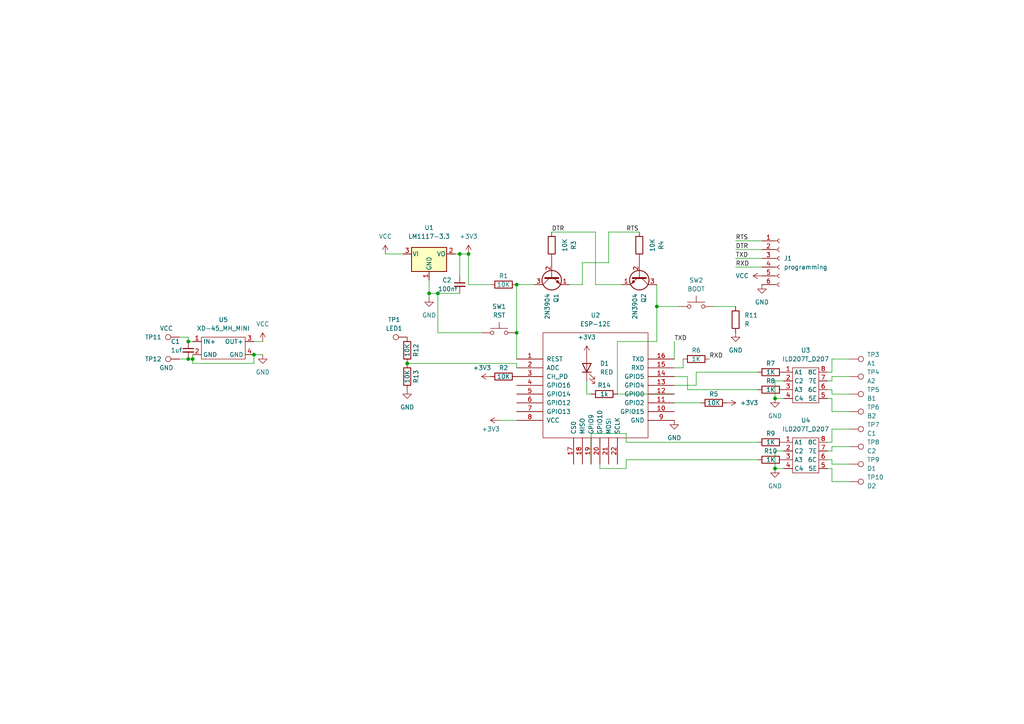
<source format=kicad_sch>
(kicad_sch (version 20211123) (generator eeschema)
  (paper "A4")
  (lib_symbols
    (symbol "Buck_Converter:XD-45_MH_MINI"
      (property "Reference" "U" (at 0 -2.54 0))
      (property "Value" "XD-45_MH_MINI" (at 0 0 0))
      (symbol "XD-45_MH_MINI_0_1"
        (polyline (pts (xy -6.35 -3.81) (xy 6.35 -3.81) (xy 6.35 -10.16) (xy -6.35 -10.16) (xy -6.35 -3.81)))
      )
      (symbol "XD-45_MH_MINI_1_1"
        (pin input line (at -8.89 -5.08 0) (length 2.54) (name "IN+") (number "1"))
        (pin input line (at -8.89 -8.89 0) (length 2.54) (name "GND") (number "2"))
        (pin output line (at 8.89 -5.08 180) (length 2.54) (name "OUT+") (number "3"))
        (pin output line (at 8.89 -8.89 180) (length 2.54) (name "GND") (number "4"))
      )
    )
    (symbol "Connector:Conn_01x06_Female" (pin_names (offset 1.016) hide)
      (property "Reference" "J" (at 0 7.62 0))
      (property "Value" "Conn_01x06_Female" (at 0 -10.16 0))
      (symbol "Conn_01x06_Female_1_1"
        (arc (start 0 -7.112) (mid -0.508 -7.62) (end 0 -8.128) (stroke (width 0.1524)))
        (arc (start 0 -4.572) (mid -0.508 -5.08) (end 0 -5.588) (stroke (width 0.1524)))
        (arc (start 0 -2.032) (mid -0.508 -2.54) (end 0 -3.048) (stroke (width 0.1524)))
        (polyline (pts (xy -1.27 -7.62) (xy -0.508 -7.62)) (stroke (width 0.1524)))
        (polyline (pts (xy -1.27 -5.08) (xy -0.508 -5.08)) (stroke (width 0.1524)))
        (polyline (pts (xy -1.27 -2.54) (xy -0.508 -2.54)) (stroke (width 0.1524)))
        (polyline (pts (xy -1.27 0) (xy -0.508 0)) (stroke (width 0.1524)))
        (polyline (pts (xy -1.27 2.54) (xy -0.508 2.54)) (stroke (width 0.1524)))
        (polyline (pts (xy -1.27 5.08) (xy -0.508 5.08)) (stroke (width 0.1524)))
        (arc (start 0 0.508) (mid -0.508 0) (end 0 -0.508) (stroke (width 0.1524)))
        (arc (start 0 3.048) (mid -0.508 2.54) (end 0 2.032) (stroke (width 0.1524)))
        (arc (start 0 5.588) (mid -0.508 5.08) (end 0 4.572) (stroke (width 0.1524)))
        (pin passive line (at -5.08 5.08 0) (length 3.81) (name "Pin_1") (number "1"))
        (pin passive line (at -5.08 2.54 0) (length 3.81) (name "Pin_2") (number "2"))
        (pin passive line (at -5.08 0 0) (length 3.81) (name "Pin_3") (number "3"))
        (pin passive line (at -5.08 -2.54 0) (length 3.81) (name "Pin_4") (number "4"))
        (pin passive line (at -5.08 -5.08 0) (length 3.81) (name "Pin_5") (number "5"))
        (pin passive line (at -5.08 -7.62 0) (length 3.81) (name "Pin_6") (number "6"))
      )
    )
    (symbol "Connector:TestPoint" (pin_numbers hide) (pin_names (offset 0.762) hide)
      (property "Reference" "TP" (at 0 6.858 0))
      (property "Value" "TestPoint" (at 0 5.08 0))
      (symbol "TestPoint_0_1"
        (circle (center 0 3.302) (radius 0.762))
      )
      (symbol "TestPoint_1_1"
        (pin passive line (at 0 0 90) (length 2.54) (name "1") (number "1"))
      )
    )
    (symbol "Device:C_Small" (pin_numbers hide) (pin_names (offset 0.254) hide)
      (property "Reference" "C" (at 0.254 1.778 0))
      (property "Value" "C_Small" (at 0.254 -2.032 0))
      (symbol "C_Small_0_1"
        (polyline (pts (xy -1.524 -0.508) (xy 1.524 -0.508)) (stroke (width 0.3302)))
        (polyline (pts (xy -1.524 0.508) (xy 1.524 0.508)) (stroke (width 0.3048)))
      )
      (symbol "C_Small_1_1"
        (pin passive line (at 0 2.54 270) (length 2.032) (name "~") (number "1"))
        (pin passive line (at 0 -2.54 90) (length 2.032) (name "~") (number "2"))
      )
    )
    (symbol "Device:LED" (pin_numbers hide) (pin_names (offset 1.016) hide)
      (property "Reference" "D" (at 0 2.54 0))
      (property "Value" "LED" (at 0 -2.54 0))
      (symbol "LED_0_1"
        (polyline (pts (xy -1.27 -1.27) (xy -1.27 1.27)) (stroke (width 0.254)))
        (polyline (pts (xy -1.27 0) (xy 1.27 0)))
        (polyline (pts (xy 1.27 -1.27) (xy 1.27 1.27) (xy -1.27 0) (xy 1.27 -1.27)) (stroke (width 0.254)))
        (polyline (pts (xy -3.048 -0.762) (xy -4.572 -2.286) (xy -3.81 -2.286) (xy -4.572 -2.286) (xy -4.572 -1.524)))
        (polyline (pts (xy -1.778 -0.762) (xy -3.302 -2.286) (xy -2.54 -2.286) (xy -3.302 -2.286) (xy -3.302 -1.524)))
      )
      (symbol "LED_1_1"
        (pin passive line (at -3.81 0 0) (length 2.54) (name "K") (number "1"))
        (pin passive line (at 3.81 0 180) (length 2.54) (name "A") (number "2"))
      )
    )
    (symbol "Device:R" (pin_numbers hide) (pin_names (offset 0))
      (property "Reference" "R" (at 2.032 0 90))
      (property "Value" "R" (at 0 0 90))
      (symbol "R_0_1"
        (rectangle (start -1.016 -2.54) (end 1.016 2.54) (stroke (width 0.254)))
      )
      (symbol "R_1_1"
        (pin passive line (at 0 3.81 270) (length 1.27) (name "~") (number "1"))
        (pin passive line (at 0 -3.81 90) (length 1.27) (name "~") (number "2"))
      )
    )
    (symbol "ESP8266:ESP-12E" (pin_names (offset 1.016))
      (property "Reference" "U" (at 0 -2.54 0))
      (property "Value" "ESP-12E" (at 0 2.54 0))
      (symbol "ESP-12E_1_0"
        (rectangle (start -15.24 -15.24) (end 15.24 15.24))
      )
      (symbol "ESP-12E_1_1"
        (pin input line (at -22.86 7.62 0) (length 7.62) (name "REST") (number "1"))
        (pin bidirectional line (at 22.86 -7.62 180) (length 7.62) (name "GPIO15") (number "10"))
        (pin bidirectional line (at 22.86 -5.08 180) (length 7.62) (name "GPIO2") (number "11"))
        (pin bidirectional line (at 22.86 -2.54 180) (length 7.62) (name "GPIO0") (number "12"))
        (pin bidirectional line (at 22.86 0 180) (length 7.62) (name "GPIO4") (number "13"))
        (pin bidirectional line (at 22.86 2.54 180) (length 7.62) (name "GPIO5") (number "14"))
        (pin input line (at 22.86 5.08 180) (length 7.62) (name "RXD") (number "15"))
        (pin output line (at 22.86 7.62 180) (length 7.62) (name "TXD") (number "16"))
        (pin bidirectional line (at -6.35 -22.86 90) (length 7.62) (name "CS0") (number "17"))
        (pin bidirectional line (at -3.81 -22.86 90) (length 7.62) (name "MISO") (number "18"))
        (pin bidirectional line (at -1.27 -22.86 90) (length 7.62) (name "GPIO9") (number "19"))
        (pin passive line (at -22.86 5.08 0) (length 7.62) (name "ADC") (number "2"))
        (pin bidirectional line (at 1.27 -22.86 90) (length 7.62) (name "GPIO10") (number "20"))
        (pin bidirectional line (at 3.81 -22.86 90) (length 7.62) (name "MOSI") (number "21"))
        (pin bidirectional line (at 6.35 -22.86 90) (length 7.62) (name "SCLK") (number "22"))
        (pin input line (at -22.86 2.54 0) (length 7.62) (name "CH_PD") (number "3"))
        (pin bidirectional line (at -22.86 0 0) (length 7.62) (name "GPIO16") (number "4"))
        (pin bidirectional line (at -22.86 -2.54 0) (length 7.62) (name "GPIO14") (number "5"))
        (pin bidirectional line (at -22.86 -5.08 0) (length 7.62) (name "GPIO12") (number "6"))
        (pin bidirectional line (at -22.86 -7.62 0) (length 7.62) (name "GPIO13") (number "7"))
        (pin power_in line (at -22.86 -10.16 0) (length 7.62) (name "VCC") (number "8"))
        (pin power_in line (at 22.86 -10.16 180) (length 7.62) (name "GND") (number "9"))
      )
    )
    (symbol "Regulator_Linear:LM1117-3.3" (pin_names (offset 0.254))
      (property "Reference" "U" (at -3.81 3.175 0))
      (property "Value" "LM1117-3.3" (at 0 3.175 0))
      (symbol "LM1117-3.3_0_1"
        (rectangle (start -5.08 -5.08) (end 5.08 1.905) (stroke (width 0.254)) (fill (type background)))
      )
      (symbol "LM1117-3.3_1_1"
        (pin power_in line (at 0 -7.62 90) (length 2.54) (name "GND") (number "1"))
        (pin power_out line (at 7.62 0 180) (length 2.54) (name "VO") (number "2"))
        (pin power_in line (at -7.62 0 0) (length 2.54) (name "VI") (number "3"))
      )
    )
    (symbol "Switch:SW_Push" (pin_numbers hide) (pin_names (offset 1.016) hide)
      (property "Reference" "SW" (at 1.27 2.54 0))
      (property "Value" "SW_Push" (at 0 -1.524 0))
      (symbol "SW_Push_0_1"
        (circle (center -2.032 0) (radius 0.508))
        (polyline (pts (xy 0 1.27) (xy 0 3.048)))
        (polyline (pts (xy 2.54 1.27) (xy -2.54 1.27)))
        (circle (center 2.032 0) (radius 0.508))
        (pin passive line (at -5.08 0 0) (length 2.54) (name "1") (number "1"))
        (pin passive line (at 5.08 0 180) (length 2.54) (name "2") (number "2"))
      )
    )
    (symbol "Transistor_BJT:2N3904" (pin_names (offset 0) hide)
      (property "Reference" "Q" (at 5.08 1.905 0))
      (property "Value" "2N3904" (at 5.08 0 0))
      (symbol "2N3904_0_1"
        (polyline (pts (xy 0.635 0.635) (xy 2.54 2.54)))
        (polyline (pts (xy 0.635 -0.635) (xy 2.54 -2.54) (xy 2.54 -2.54)))
        (polyline (pts (xy 0.635 1.905) (xy 0.635 -1.905) (xy 0.635 -1.905)) (stroke (width 0.508)))
        (polyline (pts (xy 1.27 -1.778) (xy 1.778 -1.27) (xy 2.286 -2.286) (xy 1.27 -1.778) (xy 1.27 -1.778)) (fill (type outline)))
        (circle (center 1.27 0) (radius 2.8194) (stroke (width 0.254)))
      )
      (symbol "2N3904_1_1"
        (pin passive line (at 2.54 -5.08 90) (length 2.54) (name "E") (number "1"))
        (pin passive line (at -5.08 0 0) (length 5.715) (name "B") (number "2"))
        (pin passive line (at 2.54 5.08 270) (length 2.54) (name "C") (number "3"))
      )
    )
    (symbol "optocoupler:ILD207T_D207"
      (property "Reference" "U" (at 0 -1.27 0))
      (property "Value" "ILD207T_D207" (at 0 -3.81 0))
      (symbol "ILD207T_D207_0_1"
        (polyline (pts (xy 3.81 -6.35) (xy 3.81 -16.51) (xy -3.81 -16.51) (xy -3.81 -6.35) (xy 3.81 -6.35)))
      )
      (symbol "ILD207T_D207_1_1"
        (pin input line (at -6.35 -7.62 0) (length 2.54) (name "A1") (number "1"))
        (pin input line (at -6.35 -10.16 0) (length 2.54) (name "C2") (number "2"))
        (pin input line (at -6.35 -12.7 0) (length 2.54) (name "A3") (number "3"))
        (pin input line (at -6.35 -15.24 0) (length 2.54) (name "C4") (number "4"))
        (pin output line (at 6.35 -15.24 180) (length 2.54) (name "5E") (number "5"))
        (pin output line (at 6.35 -12.7 180) (length 2.54) (name "6C") (number "6"))
        (pin output line (at 6.35 -10.16 180) (length 2.54) (name "7E") (number "7"))
        (pin output line (at 6.35 -7.62 180) (length 2.54) (name "8C") (number "8"))
      )
    )
    (symbol "power:+3V3" (power) (pin_names (offset 0))
      (property "Value" "+3V3" (at 0 3.556 0))
      (symbol "+3V3_0_1"
        (polyline (pts (xy -0.762 1.27) (xy 0 2.54)))
        (polyline (pts (xy 0 0) (xy 0 2.54)))
        (polyline (pts (xy 0 2.54) (xy 0.762 1.27)))
      )
      (symbol "+3V3_1_1"
        (pin power_in line (at 0 0 90) (length 0) hide (name "+3V3") (number "1"))
      )
    )
    (symbol "power:GND" (power) (pin_names (offset 0))
      (property "Value" "GND" (at 0 -3.81 0))
      (symbol "GND_0_1"
        (polyline (pts (xy 0 0) (xy 0 -1.27) (xy 1.27 -1.27) (xy 0 -2.54) (xy -1.27 -1.27) (xy 0 -1.27)))
      )
      (symbol "GND_1_1"
        (pin power_in line (at 0 0 270) (length 0) hide (name "GND") (number "1"))
      )
    )
    (symbol "power:VCC" (power) (pin_names (offset 0))
      (property "Value" "VCC" (at 0 3.81 0))
      (symbol "VCC_0_1"
        (polyline (pts (xy -0.762 1.27) (xy 0 2.54)))
        (polyline (pts (xy 0 0) (xy 0 2.54)))
        (polyline (pts (xy 0 2.54) (xy 0.762 1.27)))
      )
      (symbol "VCC_1_1"
        (pin power_in line (at 0 0 90) (length 0) hide (name "VCC") (number "1"))
      )
    )
  )
  (junction (at 190.5 88.9))
  (junction (at 118.11 105.41))
  (junction (at 224.79 115.57))
  (junction (at 55.88 104.14))
  (junction (at 54.61 99.06))
  (junction (at 73.66 102.87))
  (junction (at 135.89 73.66))
  (junction (at 224.79 135.89))
  (junction (at 149.86 82.55))
  (junction (at 127 85.09))
  (junction (at 133.35 73.66))
  (junction (at 149.86 96.52))
  (junction (at 124.46 85.09))
  (junction (at 54.61 104.14))
  (wire (pts (xy 246.38 114.3) (xy 241.3 114.3)))
  (wire (pts (xy 224.79 115.57) (xy 227.33 115.57)))
  (wire (pts (xy 246.38 109.22) (xy 241.3 109.22)))
  (wire (pts (xy 179.07 99.06) (xy 179.07 114.3)))
  (wire (pts (xy 195.58 106.68) (xy 198.12 106.68)))
  (wire (pts (xy 135.89 82.55) (xy 135.89 73.66)))
  (wire (pts (xy 111.76 73.66) (xy 116.84 73.66)))
  (wire (pts (xy 201.93 107.95) (xy 201.93 111.76)))
  (wire (pts (xy 170.18 114.3) (xy 171.45 114.3)))
  (wire (pts (xy 246.38 124.46) (xy 241.3 124.46)))
  (wire (pts (xy 213.36 72.39) (xy 220.98 72.39)))
  (wire (pts (xy 168.91 76.2) (xy 176.53 76.2)))
  (wire (pts (xy 168.91 82.55) (xy 165.1 82.55)))
  (wire (pts (xy 127 96.52) (xy 127 85.09)))
  (wire (pts (xy 168.91 82.55) (xy 168.91 76.2)))
  (wire (pts (xy 241.3 109.22) (xy 241.3 110.49)))
  (wire (pts (xy 227.33 130.81) (xy 224.79 130.81)))
  (wire (pts (xy 190.5 82.55) (xy 190.5 88.9)))
  (wire (pts (xy 124.46 85.09) (xy 124.46 86.36)))
  (wire (pts (xy 171.45 125.73) (xy 171.45 134.62)))
  (wire (pts (xy 176.53 76.2) (xy 176.53 67.31)))
  (wire (pts (xy 219.71 128.27) (xy 181.61 128.27)))
  (wire (pts (xy 149.86 96.52) (xy 149.86 104.14)))
  (wire (pts (xy 213.36 77.47) (xy 220.98 77.47)))
  (wire (pts (xy 181.61 125.73) (xy 171.45 125.73)))
  (wire (pts (xy 180.34 82.55) (xy 172.72 82.55)))
  (wire (pts (xy 213.36 74.93) (xy 220.98 74.93)))
  (wire (pts (xy 246.38 129.54) (xy 241.3 129.54)))
  (wire (pts (xy 124.46 81.28) (xy 124.46 85.09)))
  (wire (pts (xy 55.88 104.14) (xy 55.88 105.41)))
  (wire (pts (xy 124.46 85.09) (xy 127 85.09)))
  (wire (pts (xy 55.88 104.14) (xy 55.88 102.87)))
  (wire (pts (xy 149.86 105.41) (xy 149.86 106.68)))
  (wire (pts (xy 198.12 106.68) (xy 198.12 104.14)))
  (wire (pts (xy 195.58 99.06) (xy 195.58 104.14)))
  (wire (pts (xy 241.3 119.38) (xy 241.3 115.57)))
  (wire (pts (xy 149.86 82.55) (xy 149.86 96.52)))
  (wire (pts (xy 241.3 124.46) (xy 241.3 128.27)))
  (wire (pts (xy 52.07 104.14) (xy 54.61 104.14)))
  (wire (pts (xy 246.38 104.14) (xy 241.3 104.14)))
  (wire (pts (xy 224.79 110.49) (xy 224.79 115.57)))
  (wire (pts (xy 224.79 135.89) (xy 227.33 135.89)))
  (wire (pts (xy 196.85 88.9) (xy 190.5 88.9)))
  (wire (pts (xy 73.66 102.87) (xy 73.66 105.41)))
  (wire (pts (xy 213.36 88.9) (xy 207.01 88.9)))
  (wire (pts (xy 241.3 139.7) (xy 241.3 135.89)))
  (wire (pts (xy 219.71 133.35) (xy 181.61 133.35)))
  (wire (pts (xy 219.71 113.03) (xy 199.39 113.03)))
  (wire (pts (xy 181.61 128.27) (xy 181.61 125.73)))
  (wire (pts (xy 173.99 135.89) (xy 173.99 134.62)))
  (wire (pts (xy 227.33 110.49) (xy 224.79 110.49)))
  (wire (pts (xy 133.35 73.66) (xy 135.89 73.66)))
  (wire (pts (xy 76.2 99.06) (xy 73.66 99.06)))
  (wire (pts (xy 118.11 105.41) (xy 149.86 105.41)))
  (wire (pts (xy 241.3 128.27) (xy 240.03 128.27)))
  (wire (pts (xy 181.61 135.89) (xy 173.99 135.89)))
  (wire (pts (xy 54.61 97.79) (xy 54.61 99.06)))
  (wire (pts (xy 190.5 88.9) (xy 190.5 99.06)))
  (wire (pts (xy 52.07 97.79) (xy 54.61 97.79)))
  (wire (pts (xy 224.79 130.81) (xy 224.79 135.89)))
  (wire (pts (xy 246.38 119.38) (xy 241.3 119.38)))
  (wire (pts (xy 176.53 67.31) (xy 185.42 67.31)))
  (wire (pts (xy 241.3 110.49) (xy 240.03 110.49)))
  (wire (pts (xy 241.3 115.57) (xy 240.03 115.57)))
  (wire (pts (xy 172.72 67.31) (xy 160.02 67.31)))
  (wire (pts (xy 139.7 96.52) (xy 127 96.52)))
  (wire (pts (xy 241.3 129.54) (xy 241.3 130.81)))
  (wire (pts (xy 195.58 111.76) (xy 201.93 111.76)))
  (wire (pts (xy 179.07 114.3) (xy 195.58 114.3)))
  (wire (pts (xy 144.78 121.92) (xy 149.86 121.92)))
  (wire (pts (xy 213.36 69.85) (xy 220.98 69.85)))
  (wire (pts (xy 246.38 134.62) (xy 241.3 134.62)))
  (wire (pts (xy 172.72 82.55) (xy 172.72 67.31)))
  (wire (pts (xy 170.18 110.49) (xy 170.18 114.3)))
  (wire (pts (xy 181.61 133.35) (xy 181.61 135.89)))
  (wire (pts (xy 54.61 99.06) (xy 55.88 99.06)))
  (wire (pts (xy 241.3 134.62) (xy 241.3 133.35)))
  (wire (pts (xy 241.3 130.81) (xy 240.03 130.81)))
  (wire (pts (xy 199.39 109.22) (xy 195.58 109.22)))
  (wire (pts (xy 241.3 113.03) (xy 240.03 113.03)))
  (wire (pts (xy 241.3 104.14) (xy 241.3 107.95)))
  (wire (pts (xy 219.71 107.95) (xy 201.93 107.95)))
  (wire (pts (xy 142.24 82.55) (xy 135.89 82.55)))
  (wire (pts (xy 54.61 104.14) (xy 55.88 104.14)))
  (wire (pts (xy 203.2 116.84) (xy 195.58 116.84)))
  (wire (pts (xy 127 85.09) (xy 133.35 85.09)))
  (wire (pts (xy 199.39 109.22) (xy 199.39 113.03)))
  (wire (pts (xy 241.3 133.35) (xy 240.03 133.35)))
  (wire (pts (xy 154.94 82.55) (xy 149.86 82.55)))
  (wire (pts (xy 246.38 139.7) (xy 241.3 139.7)))
  (wire (pts (xy 132.08 73.66) (xy 133.35 73.66)))
  (wire (pts (xy 241.3 135.89) (xy 240.03 135.89)))
  (wire (pts (xy 76.2 102.87) (xy 73.66 102.87)))
  (wire (pts (xy 241.3 114.3) (xy 241.3 113.03)))
  (wire (pts (xy 241.3 107.95) (xy 240.03 107.95)))
  (wire (pts (xy 190.5 99.06) (xy 179.07 99.06)))
  (wire (pts (xy 133.35 73.66) (xy 133.35 80.01)))
  (wire (pts (xy 55.88 105.41) (xy 73.66 105.41)))
  (label "TXD" (at 195.58 99.06 0))
  (label "RTS" (at 213.36 69.85 0))
  (label "RXD" (at 205.74 104.14 0))
  (label "RXD" (at 213.36 77.47 0))
  (label "DTR" (at 213.36 72.39 0))
  (label "DTR" (at 160.02 67.31 0))
  (label "TXD" (at 213.36 74.93 0))
  (label "RTS" (at 181.61 67.31 0))
  (symbol (lib_id "ESP8266:ESP-12E") (at 172.72 111.76 0) (unit 1)
    (property "Reference" "U2" (at 172.72 91.44 0))
    (property "Value" "ESP-12E" (at 172.72 93.98 0))
    (property "Footprint" "ESP8266:ESP-12E_SMD" (effects hide))
  )
  (symbol (lib_id "power:VCC") (at 220.98 80.01 90) (unit 1)
    (property "Reference" "#PWR08" (effects hide))
    (property "Value" "VCC" (at 217.17 80.0099 90) (effects (justify left)))
  )
  (symbol (lib_id "power:GND") (at 195.58 121.92 0) (unit 1)
    (property "Reference" "#PWR06" (effects hide))
    (property "Value" "GND" (at 195.58 127 0))
  )
  (symbol (lib_id "power:GND") (at 124.46 86.36 0) (unit 1)
    (property "Reference" "#PWR02" (effects hide))
    (property "Value" "GND" (at 124.46 91.44 0))
  )
  (symbol (lib_id "Device:R") (at 118.11 101.6 0) (unit 1)
    (property "Reference" "R12" (at 120.65 101.6 90))
    (property "Value" "10K" (at 118.11 101.6 90))
    (property "Footprint" "Resistor_SMD:R_1206_3216Metric" (effects hide))
  )
  (symbol (lib_id "power:+3V3") (at 142.24 109.22 90) (unit 1)
    (property "Reference" "#PWR04" (effects hide))
    (property "Value" "+3V3" (at 137.16 106.68 90) (effects (justify right)))
  )
  (symbol (lib_id "Device:R") (at 213.36 92.71 0) (unit 1)
    (property "Reference" "R11" (at 215.9 91.4399 0) (effects (justify left)))
    (property "Value" "R" (at 215.9 93.9799 0) (effects (justify left)))
    (property "Footprint" "Resistor_SMD:R_1206_3216Metric" (effects hide))
  )
  (symbol (lib_id "power:VCC") (at 76.2 99.06 0) (unit 1)
    (property "Reference" "#PWR0104" (effects hide))
    (property "Value" "VCC" (at 76.2 93.98 0))
  )
  (symbol (lib_id "power:GND") (at 224.79 135.89 0) (unit 1)
    (property "Reference" "#PWR0101" (effects hide))
    (property "Value" "GND" (at 224.79 140.97 0))
  )
  (symbol (lib_id "Device:R") (at 207.01 116.84 90) (unit 1)
    (property "Reference" "R5" (at 207.01 114.3 90))
    (property "Value" "10K" (at 207.01 116.84 90))
    (property "Footprint" "Resistor_SMD:R_1206_3216Metric" (effects hide))
  )
  (symbol (lib_id "Switch:SW_Push") (at 201.93 88.9 0) (unit 1)
    (property "Reference" "SW2" (at 201.93 81.28 0))
    (property "Value" "BOOT" (at 201.93 83.82 0))
    (property "Footprint" "Button_Switch_SMD:SW_SPST_TL3342" (effects hide))
  )
  (symbol (lib_id "power:GND") (at 76.2 102.87 0) (unit 1)
    (property "Reference" "#PWR0102" (effects hide))
    (property "Value" "GND" (at 76.2 107.95 0))
  )
  (symbol (lib_id "Regulator_Linear:LM1117-3.3") (at 124.46 73.66 0) (unit 1)
    (property "Reference" "U1" (at 124.46 66.04 0))
    (property "Value" "LM1117-3.3" (at 124.46 68.58 0))
    (property "Footprint" "Package_TO_SOT_SMD:SOT-223-3_TabPin2" (effects hide))
    (property "Datasheet" "http://www.ti.com/lit/ds/symlink/lm1117.pdf" (effects hide))
  )
  (symbol (lib_id "Connector:TestPoint") (at 246.38 139.7 270) (unit 1)
    (property "Reference" "TP10" (at 251.46 138.4299 90) (effects (justify left)))
    (property "Value" "D2" (at 251.46 140.9699 90) (effects (justify left)))
    (property "Footprint" "Connector_Wire:SolderWirePad_1x01_SMD_1x2mm" (effects hide))
  )
  (symbol (lib_id "power:+3V3") (at 144.78 121.92 90) (unit 1)
    (property "Reference" "#PWR05" (effects hide))
    (property "Value" "+3V3" (at 139.7 124.46 90) (effects (justify right)))
  )
  (symbol (lib_id "Device:R") (at 146.05 109.22 90) (unit 1)
    (property "Reference" "R2" (at 146.05 106.68 90))
    (property "Value" "10K" (at 146.05 109.22 90))
    (property "Footprint" "Resistor_SMD:R_1206_3216Metric" (effects hide))
  )
  (symbol (lib_id "Connector:TestPoint") (at 246.38 119.38 270) (unit 1)
    (property "Reference" "TP6" (at 251.46 118.1099 90) (effects (justify left)))
    (property "Value" "B2" (at 251.46 120.6499 90) (effects (justify left)))
    (property "Footprint" "Connector_Wire:SolderWirePad_1x01_SMD_1x2mm" (effects hide))
  )
  (symbol (lib_id "Device:R") (at 201.93 104.14 90) (unit 1)
    (property "Reference" "R6" (at 201.93 101.6 90))
    (property "Value" "1K" (at 201.93 104.14 90))
    (property "Footprint" "Resistor_SMD:R_1206_3216Metric" (effects hide))
  )
  (symbol (lib_id "Connector:TestPoint") (at 246.38 114.3 270) (unit 1)
    (property "Reference" "TP5" (at 251.46 113.0299 90) (effects (justify left)))
    (property "Value" "B1" (at 251.46 115.5699 90) (effects (justify left)))
    (property "Footprint" "Connector_Wire:SolderWirePad_1x01_SMD_1x2mm" (effects hide))
  )
  (symbol (lib_id "Device:R") (at 175.26 114.3 270) (unit 1)
    (property "Reference" "R14" (at 175.26 111.76 90))
    (property "Value" "1k" (at 175.26 114.3 90))
    (property "Footprint" "Resistor_SMD:R_1206_3216Metric" (effects hide))
  )
  (symbol (lib_id "Connector:TestPoint") (at 246.38 134.62 270) (unit 1)
    (property "Reference" "TP9" (at 251.46 133.3499 90) (effects (justify left)))
    (property "Value" "D1" (at 251.46 135.8899 90) (effects (justify left)))
    (property "Footprint" "Connector_Wire:SolderWirePad_1x01_SMD_1x2mm" (effects hide))
  )
  (symbol (lib_id "power:GND") (at 224.79 115.57 0) (unit 1)
    (property "Reference" "#PWR0103" (effects hide))
    (property "Value" "GND" (at 224.79 120.65 0))
  )
  (symbol (lib_id "Device:R") (at 118.11 109.22 0) (unit 1)
    (property "Reference" "R13" (at 120.65 109.22 90))
    (property "Value" "10K" (at 118.11 109.22 90))
    (property "Footprint" "Resistor_SMD:R_1206_3216Metric" (effects hide))
  )
  (symbol (lib_id "Device:R") (at 146.05 82.55 90) (unit 1)
    (property "Reference" "R1" (at 146.05 80.01 90))
    (property "Value" "10K" (at 146.05 82.55 90))
    (property "Footprint" "Resistor_SMD:R_1206_3216Metric" (effects hide))
  )
  (symbol (lib_id "Buck_Converter:XD-45_MH_MINI") (at 64.77 93.98 0) (unit 1)
    (property "Reference" "U5" (at 64.77 92.71 0))
    (property "Value" "XD-45_MH_MINI" (at 64.77 95.25 0))
    (property "Footprint" "Buck_Converter:XD-45 MH mini" (effects hide))
  )
  (symbol (lib_id "Device:R") (at 223.52 133.35 90) (unit 1)
    (property "Reference" "R10" (at 223.52 130.81 90))
    (property "Value" "1K" (at 223.52 133.35 90))
    (property "Footprint" "Resistor_SMD:R_1206_3216Metric" (effects hide))
  )
  (symbol (lib_id "Connector:TestPoint") (at 118.11 97.79 90) (unit 1)
    (property "Reference" "TP1" (at 114.3 92.71 90))
    (property "Value" "LED1" (at 114.3 95.25 90))
    (property "Footprint" "Connector_Wire:SolderWirePad_1x01_SMD_1x2mm" (effects hide))
  )
  (symbol (lib_id "power:VCC") (at 111.76 73.66 0) (unit 1)
    (property "Reference" "#PWR01" (effects hide))
    (property "Value" "VCC" (at 111.76 68.58 0))
  )
  (symbol (lib_id "Transistor_BJT:2N3904") (at 160.02 80.01 90) (mirror x) (unit 1)
    (property "Reference" "Q1" (at 161.2901 85.09 0) (effects (justify left)))
    (property "Value" "2N3904" (at 158.7501 85.09 0) (effects (justify left)))
    (property "Footprint" "Package_TO_SOT_SMD:SOT-23" (effects hide))
    (property "Datasheet" "https://www.onsemi.com/pub/Collateral/2N3903-D.PDF" (effects hide))
  )
  (symbol (lib_id "power:GND") (at 213.36 96.52 0) (unit 1)
    (property "Reference" "#PWR010" (effects hide))
    (property "Value" "GND" (at 213.36 101.6 0))
  )
  (symbol (lib_id "optocoupler:ILD207T_D207") (at 233.68 100.33 0) (unit 1)
    (property "Reference" "U3" (at 233.68 101.6 0))
    (property "Value" "ILD207T_D207" (at 233.68 104.14 0))
    (property "Footprint" "Package_SO:SOIC-8W_5.3x5.3mm_P1.27mm" (effects hide))
  )
  (symbol (lib_id "Device:R") (at 223.52 107.95 90) (unit 1)
    (property "Reference" "R7" (at 223.52 105.41 90))
    (property "Value" "1K" (at 223.52 107.95 90))
    (property "Footprint" "Resistor_SMD:R_1206_3216Metric" (effects hide))
  )
  (symbol (lib_id "power:+3V3") (at 210.82 116.84 270) (unit 1)
    (property "Reference" "#PWR07" (effects hide))
    (property "Value" "+3V3" (at 214.63 116.84 90) (effects (justify left)))
  )
  (symbol (lib_id "Switch:SW_Push") (at 144.78 96.52 0) (unit 1)
    (property "Reference" "SW1" (at 144.78 88.9 0))
    (property "Value" "RST" (at 144.78 91.44 0))
    (property "Footprint" "Button_Switch_SMD:SW_SPST_TL3342" (effects hide))
  )
  (symbol (lib_id "Transistor_BJT:2N3904") (at 185.42 80.01 270) (unit 1)
    (property "Reference" "Q2" (at 186.6901 85.09 0) (effects (justify left)))
    (property "Value" "2N3904" (at 184.1501 85.09 0) (effects (justify left)))
    (property "Footprint" "Package_TO_SOT_SMD:SOT-23" (effects hide))
    (property "Datasheet" "https://www.onsemi.com/pub/Collateral/2N3903-D.PDF" (effects hide))
  )
  (symbol (lib_id "Connector:TestPoint") (at 52.07 104.14 90) (unit 1)
    (property "Reference" "TP12" (at 44.45 104.14 90))
    (property "Value" "GND" (at 48.26 106.68 90))
    (property "Footprint" "Connector_Wire:SolderWirePad_1x01_SMD_1x2mm" (effects hide))
  )
  (symbol (lib_id "power:GND") (at 118.11 113.03 0) (unit 1)
    (property "Reference" "#PWR011" (effects hide))
    (property "Value" "GND" (at 118.11 118.11 0))
  )
  (symbol (lib_id "optocoupler:ILD207T_D207") (at 233.68 120.65 0) (unit 1)
    (property "Reference" "U4" (at 233.68 121.92 0))
    (property "Value" "ILD207T_D207" (at 233.68 124.46 0))
    (property "Footprint" "Package_SO:SOIC-8W_5.3x5.3mm_P1.27mm" (effects hide))
  )
  (symbol (lib_id "Device:LED") (at 170.18 106.68 90) (unit 1)
    (property "Reference" "D1" (at 173.99 105.41 90) (effects (justify right)))
    (property "Value" "RED" (at 173.99 107.95 90) (effects (justify right)))
    (property "Footprint" "LED_SMD:LED_1206_3216Metric" (effects hide))
  )
  (symbol (lib_id "power:+3V3") (at 170.18 102.87 0) (unit 1)
    (property "Reference" "#PWR0105" (effects hide))
    (property "Value" "+3V3" (at 170.18 97.79 0))
  )
  (symbol (lib_id "Device:R") (at 185.42 71.12 0) (unit 1)
    (property "Reference" "R4" (at 191.77 71.12 90))
    (property "Value" "10K" (at 189.23 71.12 90))
    (property "Footprint" "Resistor_SMD:R_1206_3216Metric" (effects hide))
  )
  (symbol (lib_id "Device:C_Small") (at 54.61 101.6 0) (unit 1)
    (property "Reference" "C1" (at 49.53 99.06 0) (effects (justify left)))
    (property "Value" "1uf" (at 49.53 101.6 0) (effects (justify left)))
    (property "Footprint" "Capacitor_SMD:C_0805_2012Metric" (effects hide))
  )
  (symbol (lib_id "Device:R") (at 223.52 113.03 90) (unit 1)
    (property "Reference" "R8" (at 223.52 110.49 90))
    (property "Value" "1K" (at 223.52 113.03 90))
    (property "Footprint" "Resistor_SMD:R_1206_3216Metric" (effects hide))
  )
  (symbol (lib_id "Connector:Conn_01x06_Female") (at 226.06 74.93 0) (unit 1)
    (property "Reference" "J1" (at 227.33 74.9299 0) (effects (justify left)))
    (property "Value" "programming" (at 227.33 77.4699 0) (effects (justify left)))
    (property "Footprint" "Connector_PinHeader_2.54mm:PinHeader_1x06_P2.54mm_Vertical" (effects hide))
  )
  (symbol (lib_id "Connector:TestPoint") (at 52.07 97.79 90) (unit 1)
    (property "Reference" "TP11" (at 44.45 97.79 90))
    (property "Value" "VCC" (at 48.26 95.25 90))
    (property "Footprint" "Connector_Wire:SolderWirePad_1x01_SMD_1x2mm" (effects hide))
  )
  (symbol (lib_id "Device:R") (at 160.02 71.12 0) (unit 1)
    (property "Reference" "R3" (at 166.37 71.12 90))
    (property "Value" "10K" (at 163.83 71.12 90))
    (property "Footprint" "Resistor_SMD:R_1206_3216Metric" (effects hide))
  )
  (symbol (lib_id "Connector:TestPoint") (at 246.38 129.54 270) (unit 1)
    (property "Reference" "TP8" (at 251.46 128.2699 90) (effects (justify left)))
    (property "Value" "C2" (at 251.46 130.8099 90) (effects (justify left)))
    (property "Footprint" "Connector_Wire:SolderWirePad_1x01_SMD_1x2mm" (effects hide))
  )
  (symbol (lib_id "Connector:TestPoint") (at 246.38 109.22 270) (unit 1)
    (property "Reference" "TP4" (at 251.46 107.9499 90) (effects (justify left)))
    (property "Value" "A2" (at 251.46 110.4899 90) (effects (justify left)))
    (property "Footprint" "Connector_Wire:SolderWirePad_1x01_SMD_1x2mm" (effects hide))
  )
  (symbol (lib_id "Device:C_Small") (at 133.35 82.55 0) (unit 1)
    (property "Reference" "C2" (at 128.27 81.28 0) (effects (justify left)))
    (property "Value" "100nf" (at 127 83.82 0) (effects (justify left)))
    (property "Footprint" "Capacitor_SMD:C_0805_2012Metric" (effects hide))
  )
  (symbol (lib_id "Connector:TestPoint") (at 246.38 104.14 270) (unit 1)
    (property "Reference" "TP3" (at 251.46 102.8699 90) (effects (justify left)))
    (property "Value" "A1" (at 251.46 105.4099 90) (effects (justify left)))
    (property "Footprint" "Connector_Wire:SolderWirePad_1x01_SMD_1x2mm" (effects hide))
  )
  (symbol (lib_id "Device:R") (at 223.52 128.27 90) (unit 1)
    (property "Reference" "R9" (at 223.52 125.73 90))
    (property "Value" "1K" (at 223.52 128.27 90))
    (property "Footprint" "Resistor_SMD:R_1206_3216Metric" (effects hide))
  )
  (symbol (lib_id "power:+3V3") (at 135.89 73.66 0) (unit 1)
    (property "Reference" "#PWR03" (effects hide))
    (property "Value" "+3V3" (at 135.89 68.58 0))
  )
  (symbol (lib_id "power:GND") (at 220.98 82.55 0) (unit 1)
    (property "Reference" "#PWR09" (effects hide))
    (property "Value" "GND" (at 220.98 87.63 0))
  )
  (symbol (lib_id "Connector:TestPoint") (at 246.38 124.46 270) (unit 1)
    (property "Reference" "TP7" (at 251.46 123.1899 90) (effects (justify left)))
    (property "Value" "C1" (at 251.46 125.7299 90) (effects (justify left)))
    (property "Footprint" "Connector_Wire:SolderWirePad_1x01_SMD_1x2mm" (effects hide))
  )
)
</source>
